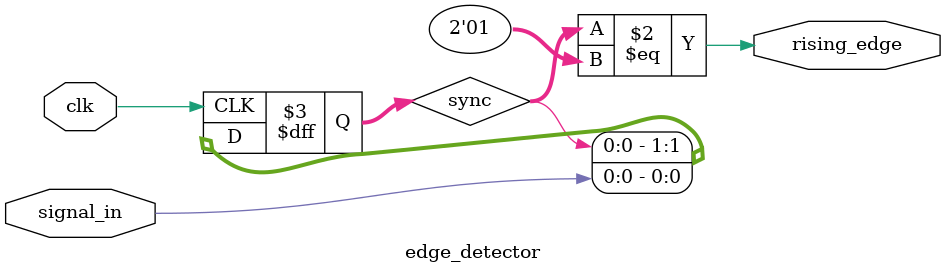
<source format=sv>
module edge_detector (
    input wire clk,
    input wire signal_in,
    output wire rising_edge
);
    reg [1:0] sync;
    
    always @(posedge clk) begin
        sync <= {sync[0], signal_in};
    end
    
    assign rising_edge = (sync == 2'b01);
endmodule 
</source>
